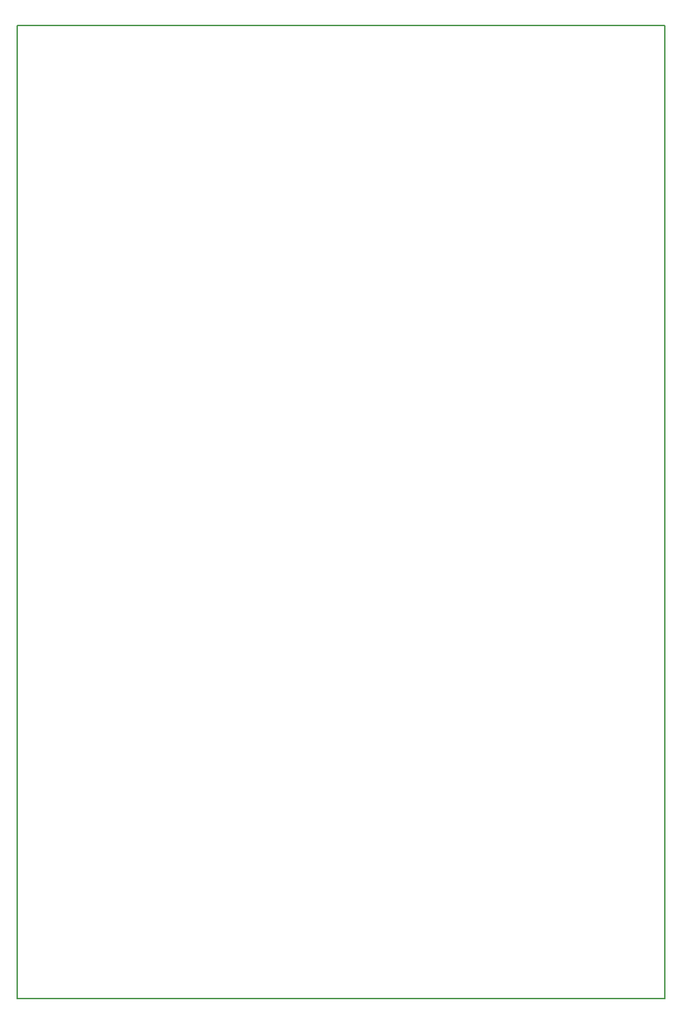
<source format=gm1>
G04 MADE WITH FRITZING*
G04 WWW.FRITZING.ORG*
G04 DOUBLE SIDED*
G04 HOLES PLATED*
G04 CONTOUR ON CENTER OF CONTOUR VECTOR*
%ASAXBY*%
%FSLAX23Y23*%
%MOIN*%
%OFA0B0*%
%SFA1.0B1.0*%
%ADD10R,3.149610X4.724420*%
%ADD11C,0.008000*%
%ADD10C,0.008*%
%LNCONTOUR*%
G90*
G70*
G54D10*
G54D11*
X4Y4720D02*
X3146Y4720D01*
X3146Y4D01*
X4Y4D01*
X4Y4720D01*
D02*
G04 End of contour*
M02*
</source>
